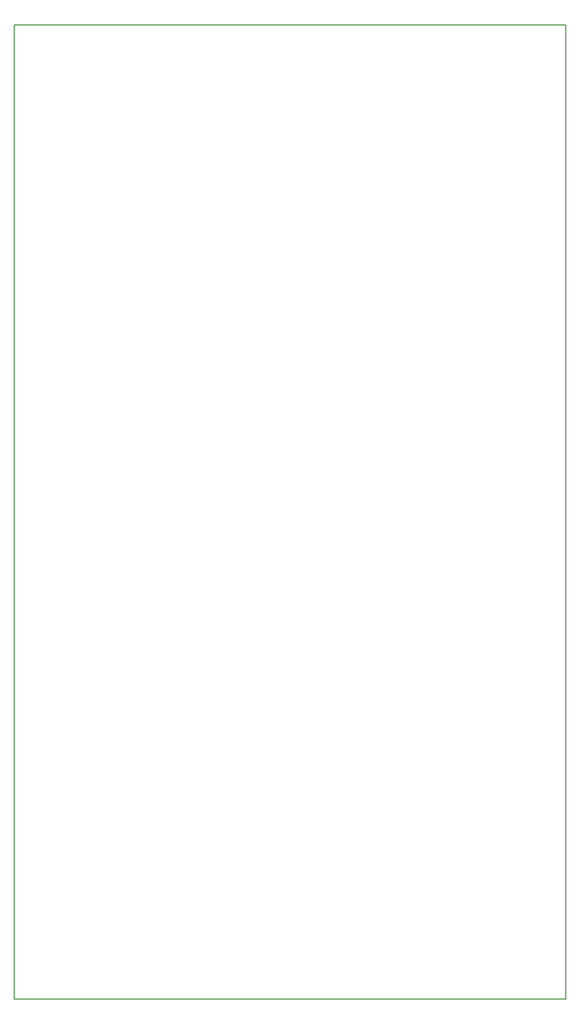
<source format=gbr>
%TF.GenerationSoftware,KiCad,Pcbnew,8.0.6*%
%TF.CreationDate,2024-12-22T21:39:13-05:00*%
%TF.ProjectId,Keypad 2.0,4b657970-6164-4203-922e-302e6b696361,rev?*%
%TF.SameCoordinates,Original*%
%TF.FileFunction,Profile,NP*%
%FSLAX46Y46*%
G04 Gerber Fmt 4.6, Leading zero omitted, Abs format (unit mm)*
G04 Created by KiCad (PCBNEW 8.0.6) date 2024-12-22 21:39:13*
%MOMM*%
%LPD*%
G01*
G04 APERTURE LIST*
%TA.AperFunction,Profile*%
%ADD10C,0.200000*%
%TD*%
G04 APERTURE END LIST*
D10*
X39800000Y-24800000D02*
X131626000Y-24800000D01*
X131626000Y-187000000D01*
X39800000Y-187000000D01*
X39800000Y-24800000D01*
M02*

</source>
